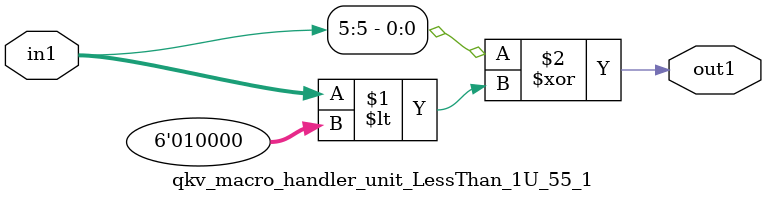
<source format=v>

`timescale 1ps / 1ps


module qkv_macro_handler_unit_LessThan_1U_55_1( in1, out1 );

    input [5:0] in1;
    output out1;

    
    // rtl_process:qkv_macro_handler_hub_LessThan_1U_11_1/qkv_macro_handler_hub_LessThan_1U_11_1_thread_1
    assign out1 = (in1[5] ^ in1 < 6'd16);

endmodule





</source>
